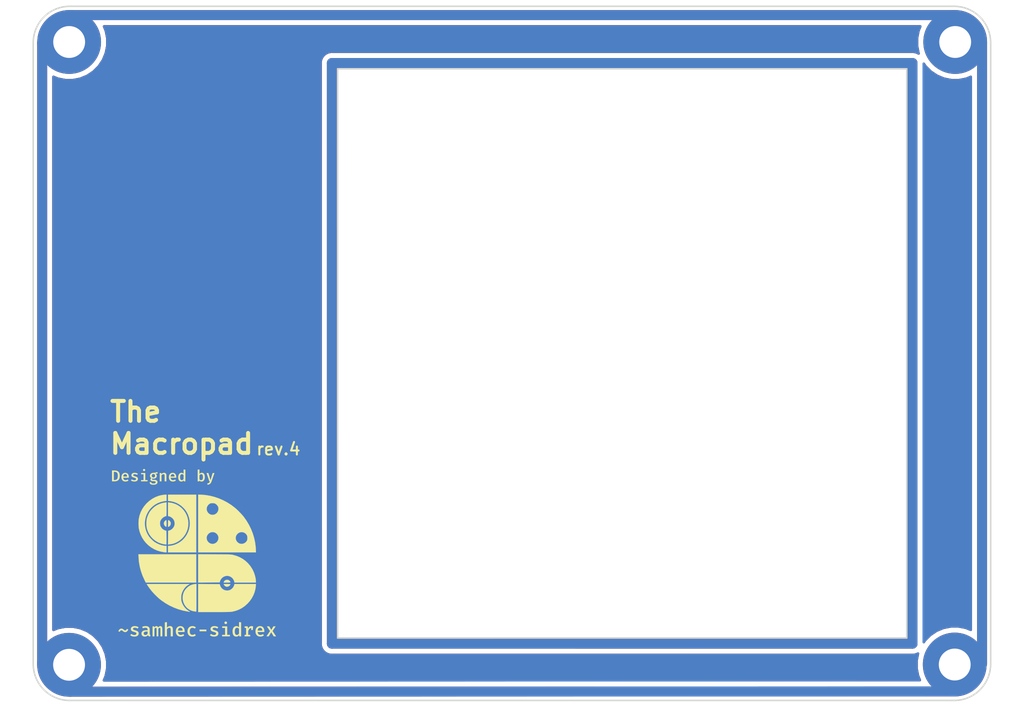
<source format=kicad_pcb>
(kicad_pcb (version 20171130) (host pcbnew "(5.1.10-1-10_14)")

  (general
    (thickness 1.6)
    (drawings 47)
    (tracks 0)
    (zones 0)
    (modules 7)
    (nets 5)
  )

  (page A4)
  (layers
    (0 F.Cu signal)
    (31 B.Cu signal)
    (32 B.Adhes user)
    (33 F.Adhes user)
    (34 B.Paste user)
    (35 F.Paste user)
    (36 B.SilkS user)
    (37 F.SilkS user)
    (38 B.Mask user)
    (39 F.Mask user)
    (40 Dwgs.User user)
    (41 Cmts.User user hide)
    (42 Eco1.User user)
    (43 Eco2.User user)
    (44 Edge.Cuts user)
    (45 Margin user)
    (46 B.CrtYd user)
    (47 F.CrtYd user)
    (48 B.Fab user)
    (49 F.Fab user)
  )

  (setup
    (last_trace_width 0.25)
    (user_trace_width 1)
    (trace_clearance 0.2)
    (zone_clearance 0.508)
    (zone_45_only yes)
    (trace_min 0.2)
    (via_size 0.8)
    (via_drill 0.4)
    (via_min_size 0.4)
    (via_min_drill 0.3)
    (uvia_size 0.3)
    (uvia_drill 0.1)
    (uvias_allowed no)
    (uvia_min_size 0.2)
    (uvia_min_drill 0.1)
    (edge_width 0.05)
    (segment_width 0.2)
    (pcb_text_width 0.3)
    (pcb_text_size 1.5 1.5)
    (mod_edge_width 0.12)
    (mod_text_size 1 1)
    (mod_text_width 0.15)
    (pad_size 1.524 1.524)
    (pad_drill 0.762)
    (pad_to_mask_clearance 0)
    (aux_axis_origin 0 0)
    (visible_elements FFFFFF7F)
    (pcbplotparams
      (layerselection 0x010f0_ffffffff)
      (usegerberextensions true)
      (usegerberattributes false)
      (usegerberadvancedattributes false)
      (creategerberjobfile false)
      (excludeedgelayer true)
      (linewidth 0.100000)
      (plotframeref false)
      (viasonmask false)
      (mode 1)
      (useauxorigin false)
      (hpglpennumber 1)
      (hpglpenspeed 20)
      (hpglpendiameter 15.000000)
      (psnegative false)
      (psa4output false)
      (plotreference true)
      (plotvalue true)
      (plotinvisibletext false)
      (padsonsilk false)
      (subtractmaskfromsilk true)
      (outputformat 1)
      (mirror false)
      (drillshape 0)
      (scaleselection 1)
      (outputdirectory "Gerber-20210927/"))
  )

  (net 0 "")
  (net 1 "Net-(H1-Pad1)")
  (net 2 "Net-(H2-Pad1)")
  (net 3 "Net-(H3-Pad1)")
  (net 4 "Net-(H4-Pad1)")

  (net_class Default "This is the default net class."
    (clearance 0.2)
    (trace_width 0.25)
    (via_dia 0.8)
    (via_drill 0.4)
    (uvia_dia 0.3)
    (uvia_drill 0.1)
    (add_net "Net-(H1-Pad1)")
    (add_net "Net-(H2-Pad1)")
    (add_net "Net-(H3-Pad1)")
    (add_net "Net-(H4-Pad1)")
  )

  (module label (layer F.Cu) (tedit 6147B285) (tstamp 615413E1)
    (at 105.72572 127.89916)
    (descr "Converted using: scripting")
    (tags svg2mod)
    (attr virtual)
    (fp_text reference kibuzzard-6147B285 (at 0 -0.762508) (layer F.SilkS) hide
      (effects (font (size 0.000254 0.000254) (thickness 0.000003)))
    )
    (fp_text value G*** (at 0 0.762508) (layer F.SilkS) hide
      (effects (font (size 0.000254 0.000254) (thickness 0.000003)))
    )
    (fp_poly (pts (xy 4.410075 -0.672465) (xy 4.410075 0.737235) (xy 4.22148 0.737235) (xy 4.20624 0.61341)
      (xy 4.150995 0.677228) (xy 4.08432 0.7239) (xy 4.00812 0.752475) (xy 3.9243 0.762)
      (xy 3.808942 0.746337) (xy 3.714327 0.699347) (xy 3.640455 0.62103) (xy 3.587538 0.515408)
      (xy 3.555788 0.386503) (xy 3.545205 0.234315) (xy 3.557349 0.088583) (xy 3.593783 -0.040005)
      (xy 3.652599 -0.146923) (xy 3.731895 -0.227648) (xy 3.829526 -0.278368) (xy 3.94335 -0.295275)
      (xy 4.083844 -0.267653) (xy 4.108133 -0.103346) (xy 3.998595 -0.131445) (xy 3.901202 -0.108823)
      (xy 3.830003 -0.040958) (xy 3.786426 0.073104) (xy 3.7719 0.234315) (xy 3.784997 0.394335)
      (xy 3.824288 0.508635) (xy 3.889772 0.577215) (xy 3.98145 0.600075) (xy 4.098131 0.56388)
      (xy 4.196715 0.455295) (xy 4.196715 -0.01905) (xy 4.108133 -0.103346) (xy 4.083844 -0.267653)
      (xy 4.196715 -0.184785) (xy 4.196715 -0.69723) (xy 4.410075 -0.672465)) (layer F.SilkS) (width 0))
    (fp_poly (pts (xy -3.038475 -0.14478) (xy -2.972514 -0.210026) (xy -2.896553 -0.257175) (xy -2.813447 -0.28575)
      (xy -2.726055 -0.295275) (xy -2.604135 -0.275987) (xy -2.516505 -0.218123) (xy -2.463641 -0.124063)
      (xy -2.44602 0.00381) (xy -2.44602 0.737235) (xy -2.65938 0.737235) (xy -2.65938 0.036195)
      (xy -2.69367 -0.092393) (xy -2.80416 -0.131445) (xy -2.932748 -0.088583) (xy -3.038475 0.017145)
      (xy -3.038475 0.737235) (xy -3.251835 0.737235) (xy -3.251835 -0.67056) (xy -3.038475 -0.69342)
      (xy -3.038475 -0.14478)) (layer F.SilkS) (width 0))
    (fp_poly (pts (xy -3.50139 -0.009525) (xy -3.50139 0.737235) (xy -3.689985 0.737235) (xy -3.689985 0.01905)
      (xy -3.702368 -0.097155) (xy -3.75666 -0.12954) (xy -3.833813 -0.104299) (xy -3.90525 -0.028575)
      (xy -3.90525 0.737235) (xy -4.078605 0.737235) (xy -4.078605 0.01905) (xy -4.090988 -0.097155)
      (xy -4.14528 -0.12954) (xy -4.222433 -0.104299) (xy -4.29387 -0.028575) (xy -4.29387 0.737235)
      (xy -4.48437 0.737235) (xy -4.48437 -0.268605) (xy -4.32435 -0.268605) (xy -4.30911 -0.16002)
      (xy -4.211955 -0.260985) (xy -4.093845 -0.295275) (xy -3.984308 -0.263366) (xy -3.922395 -0.16764)
      (xy -3.823335 -0.261938) (xy -3.701415 -0.295275) (xy -3.618071 -0.279083) (xy -3.55473 -0.230505)
      (xy -3.514725 -0.142875) (xy -3.50139 -0.009525)) (layer F.SilkS) (width 0))
    (fp_poly (pts (xy 6.947535 0.737235) (xy 7.309485 0.207645) (xy 6.98754 -0.268605) (xy 7.233285 -0.268605)
      (xy 7.439025 0.085725) (xy 7.644765 -0.268605) (xy 7.87908 -0.268605) (xy 7.564755 0.19812)
      (xy 7.926705 0.737235) (xy 7.67715 0.737235) (xy 7.4295 0.325755) (xy 7.183755 0.737235)
      (xy 6.947535 0.737235)) (layer F.SilkS) (width 0))
    (fp_poly (pts (xy -4.692015 0.61722) (xy -4.97967 0.47625) (xy -4.97967 0.253365) (xy -5.09778 0.253365)
      (xy -5.223034 0.265509) (xy -5.309235 0.301943) (xy -5.359241 0.361236) (xy -5.37591 0.44196)
      (xy -5.333048 0.56388) (xy -5.206365 0.60579) (xy -5.077778 0.5715) (xy -4.97967 0.47625)
      (xy -4.692015 0.61722) (xy -4.741545 0.762) (xy -4.872514 0.717709) (xy -4.94919 0.622935)
      (xy -5.011341 0.683181) (xy -5.087303 0.726758) (xy -5.174218 0.753189) (xy -5.26923 0.762)
      (xy -5.405914 0.740569) (xy -5.511165 0.676275) (xy -5.578316 0.576739) (xy -5.6007 0.44958)
      (xy -5.569506 0.309563) (xy -5.475923 0.20574) (xy -5.381202 0.158115) (xy -5.263409 0.12954)
      (xy -5.122545 0.120015) (xy -4.97967 0.120015) (xy -4.97967 0.055245) (xy -4.993958 -0.027146)
      (xy -5.03682 -0.08382) (xy -5.106829 -0.116681) (xy -5.202555 -0.127635) (xy -5.32638 -0.1143)
      (xy -5.469255 -0.0762) (xy -5.522595 -0.226695) (xy -5.403003 -0.264795) (xy -5.285528 -0.287655)
      (xy -5.17017 -0.295275) (xy -5.047827 -0.285538) (xy -4.947497 -0.256328) (xy -4.86918 -0.207645)
      (xy -4.793456 -0.101441) (xy -4.768215 0.04191) (xy -4.768215 0.49149) (xy -4.75107 0.576263)
      (xy -4.692015 0.61722)) (layer F.SilkS) (width 0))
    (fp_poly (pts (xy -1.65735 0.596265) (xy -1.523048 0.574358) (xy -1.392555 0.508635) (xy -1.301115 0.638175)
      (xy -1.377791 0.690563) (xy -1.46685 0.729615) (xy -1.564481 0.753904) (xy -1.666875 0.762)
      (xy -1.809115 0.746019) (xy -1.928495 0.698077) (xy -2.025015 0.618173) (xy -2.095923 0.511598)
      (xy -2.138468 0.383646) (xy -2.15265 0.234315) (xy -2.138839 0.091202) (xy -2.097405 -0.037148)
      (xy -2.029777 -0.145018) (xy -1.937385 -0.226695) (xy -1.824038 -0.27813) (xy -1.693545 -0.295275)
      (xy -1.569403 -0.280353) (xy -1.463675 -0.235585) (xy -1.376363 -0.160973) (xy -1.311275 -0.060325)
      (xy -1.272223 0.062548) (xy -1.259205 0.207645) (xy -1.26492 0.302895) (xy -1.933575 0.158115)
      (xy -1.46685 0.158115) (xy -1.483995 0.031909) (xy -1.52781 -0.06096) (xy -1.597343 -0.11811)
      (xy -1.69164 -0.13716) (xy -1.784985 -0.118586) (xy -1.85928 -0.062865) (xy -1.910239 0.029528)
      (xy -1.933575 0.158115) (xy -1.26492 0.302895) (xy -1.93167 0.302895) (xy -1.905714 0.431244)
      (xy -1.846898 0.522922) (xy -1.761887 0.577929) (xy -1.65735 0.596265)) (layer F.SilkS) (width 0))
    (fp_poly (pts (xy 6.34365 0.596265) (xy 6.477953 0.574358) (xy 6.608445 0.508635) (xy 6.699885 0.638175)
      (xy 6.623209 0.690563) (xy 6.53415 0.729615) (xy 6.436519 0.753904) (xy 6.334125 0.762)
      (xy 6.191885 0.746019) (xy 6.072505 0.698077) (xy 5.975985 0.618173) (xy 5.905077 0.511598)
      (xy 5.862532 0.383646) (xy 5.84835 0.234315) (xy 5.862161 0.091202) (xy 5.903595 -0.037148)
      (xy 5.971223 -0.145018) (xy 6.063615 -0.226695) (xy 6.176963 -0.27813) (xy 6.307455 -0.295275)
      (xy 6.431598 -0.280353) (xy 6.537325 -0.235585) (xy 6.624638 -0.160973) (xy 6.689725 -0.060325)
      (xy 6.728778 0.062548) (xy 6.741795 0.207645) (xy 6.73608 0.302895) (xy 6.067425 0.158115)
      (xy 6.53415 0.158115) (xy 6.517005 0.031909) (xy 6.47319 -0.06096) (xy 6.403658 -0.11811)
      (xy 6.30936 -0.13716) (xy 6.216015 -0.118586) (xy 6.14172 -0.062865) (xy 6.090761 0.029528)
      (xy 6.067425 0.158115) (xy 6.73608 0.302895) (xy 6.06933 0.302895) (xy 6.095286 0.431244)
      (xy 6.154103 0.522922) (xy 6.239113 0.577929) (xy 6.34365 0.596265)) (layer F.SilkS) (width 0))
    (fp_poly (pts (xy -6.097905 0.46482) (xy -6.11505 0.393383) (xy -6.18363 0.341948) (xy -6.247924 0.317421)
      (xy -6.337935 0.291465) (xy -6.482953 0.243602) (xy -6.586538 0.183833) (xy -6.648688 0.103584)
      (xy -6.669405 -0.005715) (xy -6.642259 -0.124063) (xy -6.56082 -0.216218) (xy -6.479963 -0.260138)
      (xy -6.382173 -0.286491) (xy -6.26745 -0.295275) (xy -6.125845 -0.282363) (xy -5.99821 -0.243628)
      (xy -5.884545 -0.17907) (xy -5.975985 -0.043815) (xy -6.11505 -0.110966) (xy -6.261735 -0.13335)
      (xy -6.40461 -0.105728) (xy -6.452235 -0.02286) (xy -6.430328 0.040005) (xy -6.35508 0.086678)
      (xy -6.288881 0.110252) (xy -6.196965 0.13716) (xy -6.053852 0.188119) (xy -5.952173 0.249555)
      (xy -5.891451 0.332899) (xy -5.87121 0.44958) (xy -5.903119 0.585073) (xy -5.998845 0.682943)
      (xy -6.090708 0.726863) (xy -6.196118 0.753216) (xy -6.315075 0.762) (xy -6.47192 0.746337)
      (xy -6.609715 0.699347) (xy -6.72846 0.62103) (xy -6.616065 0.49149) (xy -6.549628 0.536019)
      (xy -6.476048 0.570548) (xy -6.397228 0.592693) (xy -6.315075 0.600075) (xy -6.224826 0.591026)
      (xy -6.156008 0.56388) (xy -6.097905 0.46482)) (layer F.SilkS) (width 0))
    (fp_poly (pts (xy 1.903095 0.46482) (xy 1.88595 0.393383) (xy 1.81737 0.341948) (xy 1.753076 0.317421)
      (xy 1.663065 0.291465) (xy 1.518047 0.243602) (xy 1.414463 0.183833) (xy 1.352312 0.103584)
      (xy 1.331595 -0.005715) (xy 1.358741 -0.124063) (xy 1.44018 -0.216218) (xy 1.521037 -0.260138)
      (xy 1.618827 -0.286491) (xy 1.73355 -0.295275) (xy 1.875155 -0.282363) (xy 2.00279 -0.243628)
      (xy 2.116455 -0.17907) (xy 2.025015 -0.043815) (xy 1.88595 -0.110966) (xy 1.739265 -0.13335)
      (xy 1.59639 -0.105728) (xy 1.548765 -0.02286) (xy 1.570673 0.040005) (xy 1.64592 0.086678)
      (xy 1.712119 0.110252) (xy 1.804035 0.13716) (xy 1.947148 0.188119) (xy 2.048827 0.249555)
      (xy 2.109549 0.332899) (xy 2.12979 0.44958) (xy 2.097881 0.585073) (xy 2.002155 0.682943)
      (xy 1.910292 0.726863) (xy 1.804882 0.753216) (xy 1.685925 0.762) (xy 1.52908 0.746337)
      (xy 1.391285 0.699347) (xy 1.27254 0.62103) (xy 1.384935 0.49149) (xy 1.451372 0.536019)
      (xy 1.524953 0.570548) (xy 1.603772 0.592693) (xy 1.685925 0.600075) (xy 1.776174 0.591026)
      (xy 1.844993 0.56388) (xy 1.903095 0.46482)) (layer F.SilkS) (width 0))
    (fp_poly (pts (xy -0.23241 0.501015) (xy -0.135255 0.638175) (xy -0.208598 0.689372) (xy -0.295275 0.728663)
      (xy -0.390049 0.753666) (xy -0.48768 0.762) (xy -0.630132 0.746231) (xy -0.750147 0.698923)
      (xy -0.847725 0.620078) (xy -0.919692 0.514773) (xy -0.962872 0.388091) (xy -0.977265 0.24003)
      (xy -0.962501 0.094059) (xy -0.91821 -0.035243) (xy -0.846058 -0.143351) (xy -0.747713 -0.225743)
      (xy -0.626031 -0.277892) (xy -0.48387 -0.295275) (xy -0.356235 -0.281728) (xy -0.24003 -0.241088)
      (xy -0.135255 -0.173355) (xy -0.234315 -0.040005) (xy -0.356711 -0.10287) (xy -0.48006 -0.123825)
      (xy -0.592455 -0.101203) (xy -0.67818 -0.033338) (xy -0.732473 0.080248) (xy -0.75057 0.24003)
      (xy -0.732473 0.395288) (xy -0.67818 0.50292) (xy -0.592455 0.565785) (xy -0.48006 0.58674)
      (xy -0.35814 0.565309) (xy -0.23241 0.501015)) (layer F.SilkS) (width 0))
    (fp_poly (pts (xy 5.614035 -0.268605) (xy 5.57784 0.10287) (xy 5.42544 0.10287) (xy 5.42544 -0.10287)
      (xy 5.327571 -0.080963) (xy 5.243513 -0.01905) (xy 5.174218 0.079534) (xy 5.12064 0.211455)
      (xy 5.12064 0.584835) (xy 5.32257 0.584835) (xy 5.32257 0.737235) (xy 4.75869 0.737235)
      (xy 4.75869 0.584835) (xy 4.90728 0.584835) (xy 4.90728 -0.116205) (xy 4.75869 -0.116205)
      (xy 4.75869 -0.268605) (xy 5.069205 -0.268605) (xy 5.107305 -0.036195) (xy 5.172789 -0.149304)
      (xy 5.251133 -0.229553) (xy 5.346144 -0.277416) (xy 5.461635 -0.29337) (xy 5.614035 -0.268605)) (layer F.SilkS) (width 0))
    (fp_poly (pts (xy 3.011805 0.581025) (xy 3.286125 0.581025) (xy 3.286125 0.737235) (xy 2.49936 0.737235)
      (xy 2.49936 0.581025) (xy 2.798445 0.581025) (xy 2.798445 -0.112395) (xy 2.508885 -0.112395)
      (xy 2.508885 -0.268605) (xy 3.011805 -0.268605) (xy 3.011805 0.581025)) (layer F.SilkS) (width 0))
    (fp_poly (pts (xy -7.37235 0.06477) (xy -7.29615 0.124778) (xy -7.233285 0.142875) (xy -7.13613 0.10287)
      (xy -7.05231 -0.013335) (xy -6.917055 0.051435) (xy -6.981111 0.161925) (xy -7.051358 0.245745)
      (xy -7.134939 0.298609) (xy -7.239 0.31623) (xy -7.355205 0.287655) (xy -7.465695 0.20574)
      (xy -7.542848 0.145733) (xy -7.610475 0.12573) (xy -7.70763 0.165735) (xy -7.79145 0.28194)
      (xy -7.926705 0.21717) (xy -7.862649 0.107871) (xy -7.792403 0.023813) (xy -7.708821 -0.029766)
      (xy -7.60476 -0.047625) (xy -7.484745 -0.01905) (xy -7.37235 0.06477)) (layer F.SilkS) (width 0))
    (fp_poly (pts (xy 0.234315 0.05334) (xy 0.923925 0.05334) (xy 0.923925 0.2286) (xy 0.234315 0.2286)
      (xy 0.234315 0.05334)) (layer F.SilkS) (width 0))
    (fp_poly (pts (xy 3.004185 -0.626745) (xy 2.965133 -0.531495) (xy 2.86512 -0.493395) (xy 2.764155 -0.531495)
      (xy 2.726055 -0.626745) (xy 2.765108 -0.7239) (xy 2.86512 -0.762) (xy 2.965133 -0.722948)
      (xy 3.004185 -0.626745)) (layer F.SilkS) (width 0))
  )

  (module label (layer F.Cu) (tedit 6147B2C4) (tstamp 614B98A2)
    (at 102.3145 112.61852)
    (descr "Converted using: scripting")
    (tags svg2mod)
    (attr virtual)
    (fp_text reference kibuzzard-6147B2C4 (at 0 -0.796639) (layer F.SilkS) hide
      (effects (font (size 0.000254 0.000254) (thickness 0.000003)))
    )
    (fp_text value G*** (at 0 0.796639) (layer F.SilkS) hide
      (effects (font (size 0.000254 0.000254) (thickness 0.000003)))
    )
    (fp_poly (pts (xy -1.806575 -0.683419) (xy -1.839119 -0.604044) (xy -1.922463 -0.572294) (xy -2.0066 -0.604044)
      (xy -2.03835 -0.683419) (xy -2.005806 -0.764381) (xy -1.922463 -0.796131) (xy -1.839119 -0.763588)
      (xy -1.806575 -0.683419)) (layer F.SilkS) (width 0))
    (fp_poly (pts (xy -1.800225 0.323056) (xy -1.571625 0.323056) (xy -1.571625 0.453231) (xy -2.227263 0.453231)
      (xy -2.227263 0.323056) (xy -1.978025 0.323056) (xy -1.978025 -0.254794) (xy -2.219325 -0.254794)
      (xy -2.219325 -0.384969) (xy -1.800225 -0.384969) (xy -1.800225 0.323056)) (layer F.SilkS) (width 0))
    (fp_poly (pts (xy -0.352425 -0.384969) (xy -0.198438 -0.384969) (xy -0.185738 -0.275431) (xy -0.128786 -0.331589)
      (xy -0.062706 -0.373063) (xy 0.009723 -0.398661) (xy 0.085725 -0.407194) (xy 0.187325 -0.390922)
      (xy 0.26035 -0.342106) (xy 0.304403 -0.263525) (xy 0.319088 -0.157956) (xy 0.319088 0.453231)
      (xy 0.141288 0.453231) (xy 0.141288 -0.069056) (xy 0.132556 -0.188913) (xy 0.098425 -0.250825)
      (xy 0.022225 -0.270669) (xy -0.086519 -0.235744) (xy -0.174625 -0.148431) (xy -0.174625 0.453231)
      (xy -0.352425 0.453231) (xy -0.352425 -0.384969)) (layer F.SilkS) (width 0))
    (fp_poly (pts (xy -2.72415 0.226219) (xy -2.738438 0.166688) (xy -2.795588 0.123825) (xy -2.849166 0.103386)
      (xy -2.924175 0.081756) (xy -3.045023 0.04187) (xy -3.131344 -0.007938) (xy -3.183136 -0.074811)
      (xy -3.2004 -0.165894) (xy -3.177778 -0.264517) (xy -3.109913 -0.341313) (xy -3.042532 -0.377913)
      (xy -2.96104 -0.399874) (xy -2.865438 -0.407194) (xy -2.747433 -0.396434) (xy -2.641071 -0.364155)
      (xy -2.54635 -0.310356) (xy -2.62255 -0.197644) (xy -2.738438 -0.253603) (xy -2.860675 -0.272256)
      (xy -2.979738 -0.249238) (xy -3.019425 -0.180181) (xy -3.001169 -0.127794) (xy -2.938463 -0.0889)
      (xy -2.883297 -0.069255) (xy -2.8067 -0.046831) (xy -2.687439 -0.004366) (xy -2.602706 0.046831)
      (xy -2.552105 0.116284) (xy -2.535238 0.213519) (xy -2.561828 0.32643) (xy -2.6416 0.407988)
      (xy -2.718153 0.444588) (xy -2.805994 0.466549) (xy -2.905125 0.473869) (xy -3.035829 0.460816)
      (xy -3.150658 0.421658) (xy -3.249613 0.356394) (xy -3.15595 0.248444) (xy -3.100586 0.285552)
      (xy -3.039269 0.314325) (xy -2.973586 0.33278) (xy -2.905125 0.338931) (xy -2.829917 0.331391)
      (xy -2.772569 0.308769) (xy -2.72415 0.226219)) (layer F.SilkS) (width 0))
    (fp_poly (pts (xy 0.976313 0.335756) (xy 1.088231 0.3175) (xy 1.196975 0.262731) (xy 1.273175 0.370681)
      (xy 1.209278 0.414338) (xy 1.135063 0.446881) (xy 1.053703 0.467122) (xy 0.968375 0.473869)
      (xy 0.849842 0.460551) (xy 0.750358 0.420599) (xy 0.669925 0.354013) (xy 0.610835 0.265201)
      (xy 0.575381 0.158574) (xy 0.563563 0.034131) (xy 0.575072 -0.08513) (xy 0.6096 -0.192088)
      (xy 0.665956 -0.28198) (xy 0.74295 -0.350044) (xy 0.837406 -0.392906) (xy 0.94615 -0.407194)
      (xy 1.049602 -0.394758) (xy 1.137708 -0.357452) (xy 1.210469 -0.295275) (xy 1.264708 -0.211402)
      (xy 1.297252 -0.109008) (xy 1.3081 0.011906) (xy 1.303338 0.091281) (xy 0.746125 -0.029369)
      (xy 1.135063 -0.029369) (xy 1.120775 -0.134541) (xy 1.084263 -0.211931) (xy 1.026319 -0.259556)
      (xy 0.947738 -0.275431) (xy 0.86995 -0.259953) (xy 0.808038 -0.213519) (xy 0.765572 -0.136525)
      (xy 0.746125 -0.029369) (xy 1.303338 0.091281) (xy 0.747713 0.091281) (xy 0.769342 0.198239)
      (xy 0.818356 0.274638) (xy 0.889198 0.320477) (xy 0.976313 0.335756)) (layer F.SilkS) (width 0))
    (fp_poly (pts (xy -3.786188 0.335756) (xy -3.674269 0.3175) (xy -3.565525 0.262731) (xy -3.489325 0.370681)
      (xy -3.553222 0.414338) (xy -3.627438 0.446881) (xy -3.708797 0.467122) (xy -3.794125 0.473869)
      (xy -3.912658 0.460551) (xy -4.012142 0.420599) (xy -4.092575 0.354013) (xy -4.151665 0.265201)
      (xy -4.187119 0.158574) (xy -4.198938 0.034131) (xy -4.187428 -0.08513) (xy -4.1529 -0.192088)
      (xy -4.096544 -0.28198) (xy -4.01955 -0.350044) (xy -3.925094 -0.392906) (xy -3.81635 -0.407194)
      (xy -3.712898 -0.394758) (xy -3.624792 -0.357452) (xy -3.552031 -0.295275) (xy -3.497792 -0.211402)
      (xy -3.465248 -0.109008) (xy -3.4544 0.011906) (xy -3.459163 0.091281) (xy -4.016375 -0.029369)
      (xy -3.627438 -0.029369) (xy -3.641725 -0.134541) (xy -3.678238 -0.211931) (xy -3.736181 -0.259556)
      (xy -3.814763 -0.275431) (xy -3.89255 -0.259953) (xy -3.954463 -0.213519) (xy -3.996928 -0.136525)
      (xy -4.016375 -0.029369) (xy -3.459163 0.091281) (xy -4.014787 0.091281) (xy -3.993158 0.198239)
      (xy -3.944144 0.274638) (xy -3.873302 0.320477) (xy -3.786188 0.335756)) (layer F.SilkS) (width 0))
    (fp_poly (pts (xy -4.875213 0.453231) (xy -4.95935 0.313531) (xy -4.856163 0.313531) (xy -4.765455 0.302022)
      (xy -4.691239 0.267494) (xy -4.633516 0.209947) (xy -4.592285 0.129381) (xy -4.567546 0.025797)
      (xy -4.5593 -0.100806) (xy -4.568384 -0.240506) (xy -4.595636 -0.34634) (xy -4.641056 -0.418306)
      (xy -4.736108 -0.480219) (xy -4.85775 -0.500856) (xy -4.95935 -0.500856) (xy -4.95935 0.313531)
      (xy -4.875213 0.453231) (xy -5.1435 0.453231) (xy -5.1435 -0.642144) (xy -4.892675 -0.642144)
      (xy -4.779466 -0.63495) (xy -4.677966 -0.61337) (xy -4.588173 -0.577404) (xy -4.510088 -0.52705)
      (xy -4.446885 -0.45725) (xy -4.401741 -0.362942) (xy -4.374654 -0.244128) (xy -4.365625 -0.100806)
      (xy -4.374654 0.042912) (xy -4.401741 0.162917) (xy -4.446885 0.259209) (xy -4.510088 0.331788)
      (xy -4.587081 0.384919) (xy -4.6736 0.42287) (xy -4.769644 0.445641) (xy -4.875213 0.453231)) (layer F.SilkS) (width 0))
    (fp_poly (pts (xy 3.865563 -0.407194) (xy 3.945731 -0.197644) (xy 3.891558 -0.252412) (xy 3.81635 -0.270669)
      (xy 3.715544 -0.237331) (xy 3.635375 -0.150019) (xy 3.635375 0.242094) (xy 3.7084 0.314722)
      (xy 3.800475 0.338931) (xy 3.881636 0.32008) (xy 3.940969 0.263525) (xy 3.977283 0.168473)
      (xy 3.989388 0.034131) (xy 3.978473 -0.103188) (xy 3.945731 -0.197644) (xy 3.865563 -0.407194)
      (xy 3.963106 -0.394317) (xy 4.041951 -0.355688) (xy 4.1021 -0.291306) (xy 4.144433 -0.203817)
      (xy 4.169833 -0.095867) (xy 4.1783 0.032544) (xy 4.16851 0.155487) (xy 4.139142 0.261849)
      (xy 4.090194 0.351631) (xy 4.023607 0.419541) (xy 3.941322 0.460287) (xy 3.843338 0.473869)
      (xy 3.756907 0.462403) (xy 3.683882 0.428008) (xy 3.624263 0.370681) (xy 3.614738 0.453231)
      (xy 3.457575 0.453231) (xy 3.457575 -0.721519) (xy 3.635375 -0.742156) (xy 3.635375 -0.284956)
      (xy 3.682405 -0.336947) (xy 3.737769 -0.375444) (xy 3.799483 -0.399256) (xy 3.865563 -0.407194)) (layer F.SilkS) (width 0))
    (fp_poly (pts (xy 2.2225 -0.721519) (xy 2.2225 0.453231) (xy 2.065338 0.453231) (xy 2.052638 0.350044)
      (xy 2.0066 0.403225) (xy 1.951038 0.442119) (xy 1.887538 0.465931) (xy 1.817688 0.473869)
      (xy 1.721556 0.460816) (xy 1.64271 0.421658) (xy 1.58115 0.356394) (xy 1.537053 0.268376)
      (xy 1.510594 0.160955) (xy 1.501775 0.034131) (xy 1.511895 -0.087313) (xy 1.542256 -0.194469)
      (xy 1.59127 -0.283567) (xy 1.65735 -0.350838) (xy 1.738709 -0.393105) (xy 1.833563 -0.407194)
      (xy 1.950641 -0.384175) (xy 1.970881 -0.247253) (xy 1.8796 -0.270669) (xy 1.798439 -0.251817)
      (xy 1.739106 -0.195263) (xy 1.702792 -0.100211) (xy 1.690688 0.034131) (xy 1.701602 0.167481)
      (xy 1.734344 0.262731) (xy 1.788914 0.319881) (xy 1.865313 0.338931) (xy 1.962547 0.308769)
      (xy 2.0447 0.218281) (xy 2.0447 -0.177006) (xy 1.970881 -0.247253) (xy 1.950641 -0.384175)
      (xy 2.0447 -0.315119) (xy 2.0447 -0.742156) (xy 2.2225 -0.721519)) (layer F.SilkS) (width 0))
    (fp_poly (pts (xy 4.854575 0.456406) (xy 4.815681 0.550686) (xy 4.766733 0.630326) (xy 4.707731 0.695325)
      (xy 4.635676 0.744978) (xy 4.54757 0.778581) (xy 4.443413 0.796131) (xy 4.421188 0.662781)
      (xy 4.4958 0.646708) (xy 4.554538 0.623888) (xy 4.6355 0.558006) (xy 4.689475 0.453231)
      (xy 4.62915 0.453231) (xy 4.346575 -0.384969) (xy 4.535488 -0.384969) (xy 4.746625 0.329406)
      (xy 4.960938 -0.384969) (xy 5.1435 -0.384969) (xy 4.854575 0.456406)) (layer F.SilkS) (width 0))
    (fp_poly (pts (xy -0.55245 -0.343694) (xy -0.656431 -0.322263) (xy -0.72013 -0.318095) (xy -0.795338 -0.316706)
      (xy -0.728663 -0.277416) (xy -0.838906 -0.207874) (xy -0.89341 -0.264495) (xy -0.98425 -0.283369)
      (xy -1.058069 -0.271661) (xy -1.11125 -0.236538) (xy -1.143397 -0.18157) (xy -1.154113 -0.110331)
      (xy -1.143198 -0.037902) (xy -1.110456 0.017463) (xy -1.05668 0.052586) (xy -0.982663 0.064294)
      (xy -0.912813 0.052784) (xy -0.862013 0.018256) (xy -0.831056 -0.037703) (xy -0.820738 -0.113506)
      (xy -0.838906 -0.207874) (xy -0.728663 -0.277416) (xy -0.681038 -0.229394) (xy -0.652463 -0.17145)
      (xy -0.642938 -0.102394) (xy -0.653058 -0.024606) (xy -0.683419 0.043656) (xy -0.732433 0.100409)
      (xy -0.798513 0.143669) (xy -0.879872 0.171053) (xy -0.974725 0.180181) (xy -1.089025 0.165894)
      (xy -1.116013 0.19685) (xy -1.125538 0.235744) (xy -1.099741 0.283369) (xy -1.02235 0.299244)
      (xy -0.8763 0.299244) (xy -0.792163 0.306784) (xy -0.71755 0.329406) (xy -0.655439 0.365323)
      (xy -0.608806 0.41275) (xy -0.579636 0.469305) (xy -0.569913 0.532606) (xy -0.5969 0.64393)
      (xy -0.677863 0.727075) (xy -0.760413 0.76544) (xy -0.864129 0.788458) (xy -0.989013 0.796131)
      (xy -1.115417 0.788789) (xy -1.212056 0.766763) (xy -1.281906 0.730647) (xy -1.327944 0.681038)
      (xy -1.353542 0.616545) (xy -1.362075 0.535781) (xy -1.203325 0.535781) (xy -1.185069 0.611188)
      (xy -1.120775 0.652463) (xy -1.064419 0.662583) (xy -0.987425 0.665956) (xy -0.878284 0.658217)
      (xy -0.804863 0.635) (xy -0.7493 0.543719) (xy -0.792956 0.465138) (xy -0.911225 0.437356)
      (xy -1.055688 0.437356) (xy -1.154708 0.425847) (xy -1.226344 0.391319) (xy -1.269802 0.339328)
      (xy -1.284288 0.275431) (xy -1.260475 0.192881) (xy -1.192213 0.124619) (xy -1.256705 0.080764)
      (xy -1.300956 0.028575) (xy -1.326555 -0.03433) (xy -1.335088 -0.110331) (xy -1.323975 -0.192683)
      (xy -1.290638 -0.265113) (xy -1.237456 -0.325041) (xy -1.166813 -0.369888) (xy -1.081881 -0.397867)
      (xy -0.985838 -0.407194) (xy -0.863402 -0.411163) (xy -0.769144 -0.426244) (xy -0.686395 -0.452834)
      (xy -0.598488 -0.491331) (xy -0.55245 -0.343694)) (layer F.SilkS) (width 0))
  )

  (module 8hands:urbit-sigil-silks (layer F.Cu) (tedit 0) (tstamp 614B91CD)
    (at 105.715182 120.28932)
    (fp_text reference Ref** (at 0 0) (layer F.SilkS) hide
      (effects (font (size 1.27 1.27) (thickness 0.15)))
    )
    (fp_text value Val** (at 0 0) (layer F.SilkS) hide
      (effects (font (size 1.27 1.27) (thickness 0.15)))
    )
    (fp_poly (pts (xy 2.272656 3.100917) (xy 2.297072 3.196167) (xy 2.359429 3.358875) (xy 2.456715 3.497822)
      (xy 2.58831 3.612236) (xy 2.670683 3.662094) (xy 2.824558 3.722006) (xy 2.989048 3.746813)
      (xy 3.1529 3.735698) (xy 3.263935 3.705081) (xy 3.406983 3.63025) (xy 3.533981 3.523519)
      (xy 3.637191 3.393488) (xy 3.708879 3.248759) (xy 3.726451 3.190875) (xy 3.751526 3.090334)
      (xy 5.911788 3.090334) (xy 5.899402 3.264959) (xy 5.854857 3.597191) (xy 5.769722 3.920696)
      (xy 5.645334 4.232617) (xy 5.483026 4.530099) (xy 5.284135 4.810285) (xy 5.060181 5.060181)
      (xy 4.795835 5.296692) (xy 4.514162 5.494633) (xy 4.214458 5.654367) (xy 3.896019 5.776258)
      (xy 3.55814 5.860668) (xy 3.481917 5.874115) (xy 3.438082 5.880199) (xy 3.383988 5.885477)
      (xy 3.316658 5.890001) (xy 3.233118 5.893824) (xy 3.13039 5.896997) (xy 3.005501 5.899573)
      (xy 2.855474 5.901604) (xy 2.677334 5.903143) (xy 2.468105 5.90424) (xy 2.224812 5.90495)
      (xy 1.944478 5.905323) (xy 1.698625 5.905415) (xy 0.105834 5.9055) (xy 0.105834 3.089949)
      (xy 2.272656 3.100917)) (layer F.SilkS) (width 0.01))
    (fp_poly (pts (xy -0.900576 3.186812) (xy -0.980669 3.241964) (xy -1.056433 3.298621) (xy -1.113079 3.345658)
      (xy -1.118654 3.350854) (xy -1.261169 3.510729) (xy -1.387253 3.699375) (xy -1.489576 3.904217)
      (xy -1.55915 4.106334) (xy -1.57981 4.217546) (xy -1.59218 4.353621) (xy -1.596054 4.499644)
      (xy -1.591231 4.6407) (xy -1.577507 4.761874) (xy -1.568651 4.804834) (xy -1.493284 5.03006)
      (xy -1.384044 5.243936) (xy -1.24589 5.43991) (xy -1.08378 5.611432) (xy -0.902672 5.751951)
      (xy -0.810511 5.806431) (xy -0.748639 5.840368) (xy -0.714239 5.863018) (xy -0.709974 5.875192)
      (xy -0.738504 5.877706) (xy -0.802491 5.871372) (xy -0.904597 5.857003) (xy -0.9525 5.849824)
      (xy -1.413516 5.759503) (xy -1.871055 5.629285) (xy -2.319774 5.46152) (xy -2.75433 5.25856)
      (xy -3.16938 5.022753) (xy -3.559582 4.756452) (xy -3.719043 4.632632) (xy -3.869996 4.504042)
      (xy -4.035112 4.351951) (xy -4.203596 4.187052) (xy -4.364653 4.020041) (xy -4.507488 3.861609)
      (xy -4.560096 3.799417) (xy -4.638285 3.70187) (xy -4.722915 3.591444) (xy -4.80823 3.476144)
      (xy -4.888477 3.363975) (xy -4.957901 3.262942) (xy -5.01075 3.18105) (xy -5.035555 3.137959)
      (xy -5.060323 3.090334) (xy -0.753402 3.090334) (xy -0.900576 3.186812)) (layer F.SilkS) (width 0.01))
    (fp_poly (pts (xy -0.0635 4.47675) (xy -0.06355 4.75332) (xy -0.063752 4.990552) (xy -0.064188 5.191442)
      (xy -0.064938 5.358985) (xy -0.066081 5.496177) (xy -0.067698 5.606013) (xy -0.069869 5.69149)
      (xy -0.072674 5.755601) (xy -0.076193 5.801344) (xy -0.080507 5.831714) (xy -0.085695 5.849706)
      (xy -0.091839 5.858315) (xy -0.099017 5.860538) (xy -0.100541 5.860483) (xy -0.140903 5.856347)
      (xy -0.206914 5.848431) (xy -0.264583 5.841028) (xy -0.493134 5.790988) (xy -0.702336 5.706192)
      (xy -0.890152 5.590512) (xy -1.054546 5.447823) (xy -1.193483 5.281999) (xy -1.304927 5.096914)
      (xy -1.386841 4.89644) (xy -1.43719 4.684453) (xy -1.453938 4.464827) (xy -1.435048 4.241434)
      (xy -1.378486 4.01815) (xy -1.309748 3.852334) (xy -1.214203 3.693224) (xy -1.088965 3.538774)
      (xy -0.94423 3.399308) (xy -0.790196 3.285147) (xy -0.6985 3.233555) (xy -0.532448 3.164045)
      (xy -0.364814 3.115741) (xy -0.209275 3.0923) (xy -0.164041 3.090646) (xy -0.0635 3.090334)
      (xy -0.0635 4.47675)) (layer F.SilkS) (width 0.01))
    (fp_poly (pts (xy 3.146688 3.09146) (xy 3.247987 3.094961) (xy 3.31212 3.101016) (xy 3.341641 3.109806)
      (xy 3.344334 3.114293) (xy 3.327611 3.166749) (xy 3.284453 3.227529) (xy 3.225376 3.284302)
      (xy 3.167519 3.321665) (xy 3.051908 3.358595) (xy 2.934597 3.355503) (xy 2.910417 3.350305)
      (xy 2.849728 3.322531) (xy 2.784603 3.273029) (xy 2.725482 3.212451) (xy 2.682807 3.151448)
      (xy 2.667 3.101968) (xy 2.686986 3.09804) (xy 2.742219 3.094678) (xy 2.825616 3.092126)
      (xy 2.930092 3.090627) (xy 3.005667 3.090334) (xy 3.146688 3.09146)) (layer F.SilkS) (width 0.01))
    (fp_poly (pts (xy -0.084666 2.942167) (xy -5.157707 2.942167) (xy -5.276058 2.704042) (xy -5.476341 2.257626)
      (xy -5.637403 1.804098) (xy -5.758513 1.346224) (xy -5.838938 0.886771) (xy -5.877942 0.428625)
      (xy -5.890711 0.105834) (xy -0.084666 0.105834) (xy -0.084666 2.942167)) (layer F.SilkS) (width 0.01))
    (fp_poly (pts (xy 1.751542 0.111388) (xy 2.054606 0.112832) (xy 2.318474 0.114193) (xy 2.546282 0.115565)
      (xy 2.741168 0.117043) (xy 2.906268 0.118718) (xy 3.044719 0.120686) (xy 3.159657 0.123039)
      (xy 3.25422 0.12587) (xy 3.331544 0.129275) (xy 3.394765 0.133345) (xy 3.447022 0.138175)
      (xy 3.49145 0.143858) (xy 3.531186 0.150487) (xy 3.569367 0.158157) (xy 3.608212 0.166753)
      (xy 3.954164 0.265444) (xy 4.279082 0.39976) (xy 4.581074 0.568222) (xy 4.858252 0.769354)
      (xy 5.108725 1.001676) (xy 5.330603 1.263711) (xy 5.521995 1.553982) (xy 5.621136 1.740518)
      (xy 5.702571 1.927376) (xy 5.77414 2.130177) (xy 5.832955 2.337878) (xy 5.87613 2.539435)
      (xy 5.90078 2.723804) (xy 5.9055 2.828523) (xy 5.9055 2.942167) (xy 3.751211 2.942167)
      (xy 3.736487 2.862792) (xy 3.705092 2.762674) (xy 3.65051 2.652357) (xy 3.582346 2.548417)
      (xy 3.510202 2.467432) (xy 3.504569 2.46246) (xy 3.354914 2.358429) (xy 3.195466 2.294415)
      (xy 3.029774 2.27096) (xy 2.861387 2.288605) (xy 2.70814 2.341141) (xy 2.57083 2.425089)
      (xy 2.451968 2.538095) (xy 2.358902 2.671177) (xy 2.298982 2.815356) (xy 2.290034 2.852122)
      (xy 2.273527 2.931584) (xy 1.18968 2.937067) (xy 0.105834 2.942551) (xy 0.105834 0.103681)
      (xy 1.751542 0.111388)) (layer F.SilkS) (width 0.01))
    (fp_poly (pts (xy 3.131609 2.683322) (xy 3.226479 2.734464) (xy 3.290323 2.801268) (xy 3.326223 2.850462)
      (xy 3.345224 2.886635) (xy 3.34327 2.911785) (xy 3.3163 2.927913) (xy 3.260257 2.937016)
      (xy 3.171081 2.941093) (xy 3.044716 2.942143) (xy 3.00424 2.942167) (xy 2.664147 2.942167)
      (xy 2.678934 2.894542) (xy 2.73068 2.794304) (xy 2.812624 2.72077) (xy 2.919525 2.677485)
      (xy 3.015209 2.667) (xy 3.131609 2.683322)) (layer F.SilkS) (width 0.01))
    (fp_poly (pts (xy -3.069166 -5.249333) (xy -3.119311 -5.249333) (xy -3.162421 -5.245821) (xy -3.234294 -5.236449)
      (xy -3.32205 -5.222965) (xy -3.357436 -5.217031) (xy -3.65564 -5.145896) (xy -3.932477 -5.040532)
      (xy -4.186631 -4.903993) (xy -4.416789 -4.739332) (xy -4.621636 -4.549603) (xy -4.799859 -4.337859)
      (xy -4.950141 -4.107154) (xy -5.071169 -3.860541) (xy -5.16163 -3.601074) (xy -5.220207 -3.331806)
      (xy -5.245587 -3.055791) (xy -5.236456 -2.776082) (xy -5.1915 -2.495733) (xy -5.109403 -2.217798)
      (xy -4.988851 -1.945329) (xy -4.859673 -1.727061) (xy -4.772809 -1.610982) (xy -4.661753 -1.483924)
      (xy -4.537158 -1.356559) (xy -4.409679 -1.23956) (xy -4.289973 -1.1436) (xy -4.248098 -1.114448)
      (xy -4.030909 -0.988591) (xy -3.797317 -0.884476) (xy -3.558707 -0.80622) (xy -3.326463 -0.757939)
      (xy -3.233208 -0.747562) (xy -3.069166 -0.734559) (xy -3.069166 -0.084666) (xy -3.137958 -0.087344)
      (xy -3.194697 -0.09145) (xy -3.275164 -0.099537) (xy -3.354916 -0.108985) (xy -3.695763 -0.173246)
      (xy -4.021148 -0.275457) (xy -4.32865 -0.413297) (xy -4.61585 -0.584441) (xy -4.880327 -0.786567)
      (xy -5.119659 -1.017351) (xy -5.331427 -1.274469) (xy -5.513209 -1.555598) (xy -5.662585 -1.858416)
      (xy -5.777134 -2.180598) (xy -5.852051 -2.505731) (xy -5.869826 -2.649279) (xy -5.880179 -2.820255)
      (xy -5.883097 -3.004405) (xy -5.878568 -3.187477) (xy -5.866577 -3.355216) (xy -5.852948 -3.46075)
      (xy -5.776652 -3.802955) (xy -5.662954 -4.125568) (xy -5.511491 -4.429292) (xy -5.321901 -4.714831)
      (xy -5.09382 -4.98289) (xy -5.039014 -5.039014) (xy -4.778105 -5.271747) (xy -4.49716 -5.469178)
      (xy -4.199035 -5.62997) (xy -3.886588 -5.752789) (xy -3.562672 -5.836301) (xy -3.243791 -5.878235)
      (xy -3.069166 -5.890621) (xy -3.069166 -5.249333)) (layer F.SilkS) (width 0.01))
    (fp_poly (pts (xy -0.084666 -0.084666) (xy -2.921 -0.084666) (xy -2.921 -0.734545) (xy -2.746375 -0.747137)
      (xy -2.494336 -0.784915) (xy -2.238923 -0.860163) (xy -1.987421 -0.969384) (xy -1.747114 -1.109077)
      (xy -1.525288 -1.275743) (xy -1.395206 -1.396134) (xy -1.194386 -1.627007) (xy -1.028744 -1.87748)
      (xy -0.898957 -2.143784) (xy -0.8057 -2.422147) (xy -0.749647 -2.708799) (xy -0.731473 -2.999969)
      (xy -0.751853 -3.291886) (xy -0.811462 -3.58078) (xy -0.910975 -3.862881) (xy -0.941551 -3.930598)
      (xy -1.025078 -4.096306) (xy -1.109524 -4.236931) (xy -1.204883 -4.366935) (xy -1.321151 -4.50078)
      (xy -1.37512 -4.557976) (xy -1.600865 -4.763379) (xy -1.850101 -4.935467) (xy -2.118679 -5.07221)
      (xy -2.402448 -5.171578) (xy -2.69726 -5.231542) (xy -2.769009 -5.239826) (xy -2.921 -5.254803)
      (xy -2.921 -5.884333) (xy -0.084666 -5.884333) (xy -0.084666 -0.084666)) (layer F.SilkS) (width 0.01))
    (fp_poly (pts (xy 0.428625 -5.877942) (xy 0.875968 -5.839775) (xy 1.325493 -5.761686) (xy 1.772498 -5.645523)
      (xy 2.212281 -5.493133) (xy 2.640139 -5.306363) (xy 3.05137 -5.087062) (xy 3.44127 -4.837077)
      (xy 3.805137 -4.558256) (xy 3.820584 -4.545263) (xy 3.952494 -4.428637) (xy 4.097643 -4.291415)
      (xy 4.247534 -4.142328) (xy 4.393673 -3.990108) (xy 4.527565 -3.843486) (xy 4.640714 -3.711193)
      (xy 4.680139 -3.661833) (xy 4.960327 -3.268888) (xy 5.206778 -2.855388) (xy 5.418169 -2.42488)
      (xy 5.593176 -1.980909) (xy 5.730475 -1.527022) (xy 5.828743 -1.066763) (xy 5.886655 -0.603678)
      (xy 5.899134 -0.396875) (xy 5.91165 -0.084666) (xy 0.105834 -0.084666) (xy 0.105834 -1.501755)
      (xy 0.957504 -1.501755) (xy 0.989354 -1.347368) (xy 0.991136 -1.342146) (xy 1.061778 -1.199325)
      (xy 1.164197 -1.083517) (xy 1.29512 -0.997996) (xy 1.363313 -0.969969) (xy 1.490378 -0.938118)
      (xy 1.609156 -0.937509) (xy 1.735245 -0.966947) (xy 1.866706 -1.029692) (xy 1.976884 -1.122099)
      (xy 2.062464 -1.237038) (xy 2.120132 -1.36738) (xy 2.146572 -1.505993) (xy 2.146138 -1.513486)
      (xy 3.876101 -1.513486) (xy 3.900923 -1.365101) (xy 3.953107 -1.243993) (xy 4.046399 -1.118614)
      (xy 4.163265 -1.024681) (xy 4.29722 -0.964181) (xy 4.441781 -0.939096) (xy 4.590464 -0.951413)
      (xy 4.736786 -1.003114) (xy 4.738027 -1.003741) (xy 4.857423 -1.085423) (xy 4.960482 -1.197264)
      (xy 5.010419 -1.275577) (xy 5.034886 -1.3495) (xy 5.047784 -1.449508) (xy 5.049221 -1.560996)
      (xy 5.039306 -1.669357) (xy 5.018147 -1.759987) (xy 5.006619 -1.787881) (xy 4.921088 -1.917185)
      (xy 4.811932 -2.015714) (xy 4.685543 -2.082544) (xy 4.548314 -2.116752) (xy 4.406636 -2.117415)
      (xy 4.266902 -2.083608) (xy 4.135505 -2.014407) (xy 4.036122 -1.928116) (xy 3.94446 -1.801246)
      (xy 3.890866 -1.660952) (xy 3.876101 -1.513486) (xy 2.146138 -1.513486) (xy 2.13847 -1.645748)
      (xy 2.102954 -1.757909) (xy 2.020771 -1.893847) (xy 1.915048 -1.999302) (xy 1.791827 -2.073279)
      (xy 1.657148 -2.114784) (xy 1.517055 -2.122823) (xy 1.377588 -2.0964) (xy 1.244789 -2.034521)
      (xy 1.1247 -1.936192) (xy 1.110837 -1.921236) (xy 1.018629 -1.790543) (xy 0.967391 -1.650098)
      (xy 0.957504 -1.501755) (xy 0.105834 -1.501755) (xy 0.105834 -4.505968) (xy 0.961962 -4.505968)
      (xy 0.966614 -4.35783) (xy 0.981353 -4.293084) (xy 1.043748 -4.147032) (xy 1.135163 -4.027337)
      (xy 1.249976 -3.936872) (xy 1.382566 -3.878506) (xy 1.527312 -3.855108) (xy 1.678594 -3.869551)
      (xy 1.762017 -3.894464) (xy 1.889831 -3.963094) (xy 1.995466 -4.060882) (xy 2.075705 -4.180385)
      (xy 2.127329 -4.31416) (xy 2.147121 -4.454764) (xy 2.131863 -4.594752) (xy 2.102033 -4.680991)
      (xy 2.033921 -4.791941) (xy 1.93915 -4.894325) (xy 1.832233 -4.973061) (xy 1.809048 -4.985452)
      (xy 1.729542 -5.011057) (xy 1.62649 -5.025461) (xy 1.514497 -5.028556) (xy 1.408169 -5.020233)
      (xy 1.322112 -5.000385) (xy 1.296744 -4.989252) (xy 1.165618 -4.897132) (xy 1.064253 -4.781775)
      (xy 0.995439 -4.649335) (xy 0.961962 -4.505968) (xy 0.105834 -4.505968) (xy 0.105834 -5.890711)
      (xy 0.428625 -5.877942)) (layer F.SilkS) (width 0.01))
    (fp_poly (pts (xy -3.069166 -4.416173) (xy -3.069387 -4.224245) (xy -3.070168 -4.070601) (xy -3.071691 -3.951189)
      (xy -3.074139 -3.861963) (xy -3.077692 -3.798872) (xy -3.082532 -3.757867) (xy -3.08884 -3.7349)
      (xy -3.096798 -3.725921) (xy -3.100122 -3.725333) (xy -3.135535 -3.718259) (xy -3.195881 -3.699907)
      (xy -3.253581 -3.67956) (xy -3.374427 -3.615915) (xy -3.490863 -3.521598) (xy -3.591816 -3.407745)
      (xy -3.666216 -3.285491) (xy -3.681612 -3.249083) (xy -3.707637 -3.169523) (xy -3.720597 -3.095611)
      (xy -3.722963 -3.008564) (xy -3.720796 -2.951274) (xy -3.713192 -2.854118) (xy -3.698601 -2.780297)
      (xy -3.671883 -2.710852) (xy -3.637584 -2.644357) (xy -3.535956 -2.499524) (xy -3.408195 -2.385293)
      (xy -3.258861 -2.305472) (xy -3.21228 -2.289337) (xy -3.07975 -2.248659) (xy -3.074169 -1.558246)
      (xy -3.073302 -1.392264) (xy -3.073426 -1.240783) (xy -3.074464 -1.108739) (xy -3.07634 -1.001065)
      (xy -3.078978 -0.922698) (xy -3.082303 -0.878572) (xy -3.084752 -0.870579) (xy -3.112497 -0.874265)
      (xy -3.17009 -0.881349) (xy -3.24533 -0.890331) (xy -3.249083 -0.890774) (xy -3.420968 -0.921042)
      (xy -3.6071 -0.970636) (xy -3.787755 -1.033625) (xy -3.921936 -1.093098) (xy -4.185562 -1.248362)
      (xy -4.419233 -1.433277) (xy -4.621953 -1.646621) (xy -4.792731 -1.887169) (xy -4.930572 -2.153698)
      (xy -5.034482 -2.444985) (xy -5.042249 -2.472786) (xy -5.068802 -2.606627) (xy -5.085446 -2.769106)
      (xy -5.092182 -2.947706) (xy -5.089008 -3.129907) (xy -5.075925 -3.303191) (xy -5.052931 -3.455039)
      (xy -5.042287 -3.501812) (xy -4.998596 -3.644069) (xy -4.938019 -3.800821) (xy -4.867225 -3.957057)
      (xy -4.792883 -4.097769) (xy -4.739866 -4.182548) (xy -4.66086 -4.285013) (xy -4.558338 -4.400174)
      (xy -4.443546 -4.516568) (xy -4.32773 -4.622729) (xy -4.23314 -4.699143) (xy -4.024841 -4.831517)
      (xy -3.789701 -4.942588) (xy -3.539779 -5.027749) (xy -3.287139 -5.08239) (xy -3.201458 -5.093333)
      (xy -3.069166 -5.107013) (xy -3.069166 -4.416173)) (layer F.SilkS) (width 0.01))
    (fp_poly (pts (xy -2.770189 -5.091776) (xy -2.484818 -5.042961) (xy -2.212114 -4.955657) (xy -1.955447 -4.832672)
      (xy -1.718185 -4.676817) (xy -1.503698 -4.490901) (xy -1.315353 -4.277734) (xy -1.156519 -4.040125)
      (xy -1.030566 -3.780884) (xy -0.962669 -3.584271) (xy -0.899163 -3.2919) (xy -0.876818 -2.999612)
      (xy -0.894694 -2.71092) (xy -0.951854 -2.429336) (xy -1.047358 -2.158372) (xy -1.180269 -1.901541)
      (xy -1.349648 -1.662356) (xy -1.527639 -1.469722) (xy -1.735747 -1.293805) (xy -1.962255 -1.145557)
      (xy -2.200292 -1.028334) (xy -2.44299 -0.945491) (xy -2.683479 -0.900382) (xy -2.696021 -0.899109)
      (xy -2.773971 -0.89072) (xy -2.840958 -0.882076) (xy -2.873665 -0.876705) (xy -2.92158 -0.866881)
      (xy -2.910416 -2.252367) (xy -2.830955 -2.268871) (xy -2.682688 -2.320275) (xy -2.544884 -2.407529)
      (xy -2.425226 -2.524241) (xy -2.331396 -2.66402) (xy -2.314281 -2.69875) (xy -2.267282 -2.848396)
      (xy -2.25471 -3.01105) (xy -2.276764 -3.174804) (xy -2.304741 -3.263651) (xy -2.376142 -3.395203)
      (xy -2.47905 -3.514789) (xy -2.603835 -3.614324) (xy -2.740868 -3.685722) (xy -2.842794 -3.715373)
      (xy -2.921 -3.730044) (xy -2.921 -5.106636) (xy -2.770189 -5.091776)) (layer F.SilkS) (width 0.01))
    (fp_poly (pts (xy -3.08315 -3.307242) (xy -3.075983 -3.257764) (xy -3.071446 -3.172178) (xy -3.069357 -3.04793)
      (xy -3.069166 -2.9845) (xy -3.070103 -2.87016) (xy -3.072692 -2.772318) (xy -3.076601 -2.698056)
      (xy -3.081498 -2.654456) (xy -3.085041 -2.645912) (xy -3.112101 -2.656063) (xy -3.158058 -2.680917)
      (xy -3.166775 -2.686151) (xy -3.257875 -2.764276) (xy -3.316042 -2.862951) (xy -3.338788 -2.973884)
      (xy -3.323628 -3.088784) (xy -3.303157 -3.14086) (xy -3.258907 -3.208736) (xy -3.20035 -3.268524)
      (xy -3.139285 -3.30998) (xy -3.093126 -3.323166) (xy -3.08315 -3.307242)) (layer F.SilkS) (width 0.01))
    (fp_poly (pts (xy -2.840126 -3.311939) (xy -2.794598 -3.280147) (xy -2.780101 -3.269156) (xy -2.699284 -3.18652)
      (xy -2.655855 -3.087612) (xy -2.645833 -2.994042) (xy -2.6635 -2.871541) (xy -2.714137 -2.769977)
      (xy -2.794199 -2.69459) (xy -2.873375 -2.657767) (xy -2.921 -2.64298) (xy -2.921 -2.983073)
      (xy -2.920419 -3.120036) (xy -2.917344 -3.218727) (xy -2.909776 -3.283205) (xy -2.895716 -3.317527)
      (xy -2.873166 -3.325752) (xy -2.840126 -3.311939)) (layer F.SilkS) (width 0.01))
  )

  (module MountingHole:MountingHole_3.2mm_M3_Pad_TopBottom (layer F.Cu) (tedit 56D1B4CB) (tstamp 614B1FB3)
    (at 181.787255 131.46532)
    (descr "Mounting Hole 3.2mm, M3")
    (tags "mounting hole 3.2mm m3")
    (path /611D1C1B)
    (attr virtual)
    (fp_text reference H4 (at 0 -4.2) (layer F.SilkS) hide
      (effects (font (size 1 1) (thickness 0.15)))
    )
    (fp_text value MountingHole_Pad (at 0 4.2) (layer F.Fab)
      (effects (font (size 1 1) (thickness 0.15)))
    )
    (fp_circle (center 0 0) (end 3.45 0) (layer F.CrtYd) (width 0.05))
    (fp_circle (center 0 0) (end 3.2 0) (layer Cmts.User) (width 0.15))
    (fp_text user %R (at 0.3 0) (layer F.Fab)
      (effects (font (size 1 1) (thickness 0.15)))
    )
    (pad 1 connect circle (at 0 0) (size 6.4 6.4) (layers B.Cu B.Mask)
      (net 4 "Net-(H4-Pad1)"))
    (pad 1 connect circle (at 0 0) (size 6.4 6.4) (layers F.Cu F.Mask)
      (net 4 "Net-(H4-Pad1)"))
    (pad 1 thru_hole circle (at 0 0) (size 3.6 3.6) (drill 3.2) (layers *.Cu *.Mask)
      (net 4 "Net-(H4-Pad1)"))
  )

  (module MountingHole:MountingHole_3.2mm_M3_Pad_TopBottom (layer F.Cu) (tedit 56D1B4CB) (tstamp 614B1FAC)
    (at 92.858819 131.49072)
    (descr "Mounting Hole 3.2mm, M3")
    (tags "mounting hole 3.2mm m3")
    (path /611D0778)
    (attr virtual)
    (fp_text reference H3 (at 0 -4.2) (layer F.SilkS) hide
      (effects (font (size 1 1) (thickness 0.15)))
    )
    (fp_text value MountingHole_Pad (at 0 4.2) (layer F.Fab)
      (effects (font (size 1 1) (thickness 0.15)))
    )
    (fp_circle (center 0 0) (end 3.45 0) (layer F.CrtYd) (width 0.05))
    (fp_circle (center 0 0) (end 3.2 0) (layer Cmts.User) (width 0.15))
    (fp_text user %R (at 0.3 0) (layer F.Fab)
      (effects (font (size 1 1) (thickness 0.15)))
    )
    (pad 1 connect circle (at 0 0) (size 6.4 6.4) (layers B.Cu B.Mask)
      (net 3 "Net-(H3-Pad1)"))
    (pad 1 connect circle (at 0 0) (size 6.4 6.4) (layers F.Cu F.Mask)
      (net 3 "Net-(H3-Pad1)"))
    (pad 1 thru_hole circle (at 0 0) (size 3.6 3.6) (drill 3.2) (layers *.Cu *.Mask)
      (net 3 "Net-(H3-Pad1)"))
  )

  (module MountingHole:MountingHole_3.2mm_M3_Pad_TopBottom (layer F.Cu) (tedit 56D1B4CB) (tstamp 614B1FA5)
    (at 181.8338 68.95592)
    (descr "Mounting Hole 3.2mm, M3")
    (tags "mounting hole 3.2mm m3")
    (path /611D0664)
    (attr virtual)
    (fp_text reference H2 (at 0 -4.2) (layer F.SilkS) hide
      (effects (font (size 1 1) (thickness 0.15)))
    )
    (fp_text value MountingHole_Pad (at 0 4.2) (layer F.Fab)
      (effects (font (size 1 1) (thickness 0.15)))
    )
    (fp_circle (center 0 0) (end 3.45 0) (layer F.CrtYd) (width 0.05))
    (fp_circle (center 0 0) (end 3.2 0) (layer Cmts.User) (width 0.15))
    (fp_text user %R (at 0.3 0) (layer F.Fab)
      (effects (font (size 1 1) (thickness 0.15)))
    )
    (pad 1 connect circle (at 0 0) (size 6.4 6.4) (layers B.Cu B.Mask)
      (net 2 "Net-(H2-Pad1)"))
    (pad 1 connect circle (at 0 0) (size 6.4 6.4) (layers F.Cu F.Mask)
      (net 2 "Net-(H2-Pad1)"))
    (pad 1 thru_hole circle (at 0 0) (size 3.6 3.6) (drill 3.2) (layers *.Cu *.Mask)
      (net 2 "Net-(H2-Pad1)"))
  )

  (module MountingHole:MountingHole_3.2mm_M3_Pad_TopBottom (layer F.Cu) (tedit 56D1B4CB) (tstamp 614B1F9E)
    (at 92.869 68.95592)
    (descr "Mounting Hole 3.2mm, M3")
    (tags "mounting hole 3.2mm m3")
    (path /611D09F5)
    (attr virtual)
    (fp_text reference H1 (at 0 -4.2) (layer F.SilkS) hide
      (effects (font (size 1 1) (thickness 0.15)))
    )
    (fp_text value MountingHole_Pad (at 0 4.2) (layer F.Fab)
      (effects (font (size 1 1) (thickness 0.15)))
    )
    (fp_circle (center 0 0) (end 3.45 0) (layer F.CrtYd) (width 0.05))
    (fp_circle (center 0 0) (end 3.2 0) (layer Cmts.User) (width 0.15))
    (fp_text user %R (at 0.3 0) (layer F.Fab)
      (effects (font (size 1 1) (thickness 0.15)))
    )
    (pad 1 connect circle (at 0 0) (size 6.4 6.4) (layers B.Cu B.Mask)
      (net 1 "Net-(H1-Pad1)"))
    (pad 1 connect circle (at 0 0) (size 6.4 6.4) (layers F.Cu F.Mask)
      (net 1 "Net-(H1-Pad1)"))
    (pad 1 thru_hole circle (at 0 0) (size 3.6 3.6) (drill 3.2) (layers *.Cu *.Mask)
      (net 1 "Net-(H1-Pad1)"))
  )

  (gr_line (start 90.15882 131.41452) (end 90.15882 69.03212) (layer B.Mask) (width 1) (tstamp 61488623))
  (gr_line (start 90.15882 131.41452) (end 90.15882 69.03212) (layer B.Cu) (width 1) (tstamp 61488622))
  (gr_line (start 92.91726 134.19074) (end 181.737 134.165319) (layer B.Mask) (width 1) (tstamp 61488600))
  (gr_line (start 92.92234 134.19074) (end 181.737 134.165319) (layer B.Cu) (width 1) (tstamp 61488603))
  (gr_line (start 184.533799 131.41452) (end 184.533799 69.03212) (layer B.Cu) (width 1) (tstamp 614885B7))
  (gr_line (start 184.533799 131.41452) (end 184.533799 69.03212) (layer B.Mask) (width 1) (tstamp 614885B6))
  (gr_line (start 92.92234 66.255921) (end 181.73954 66.255921) (layer B.Mask) (width 1) (tstamp 6148858F))
  (gr_line (start 92.92234 66.255921) (end 181.73954 66.255921) (layer B.Cu) (width 1) (tstamp 6148858E))
  (gr_line (start 177.55108 71.07428) (end 119.25046 71.07428) (layer F.Cu) (width 1) (tstamp 6148852B))
  (gr_line (start 177.55046 71.07428) (end 177.55046 129.36728) (layer F.Cu) (width 1) (tstamp 6148852A))
  (gr_line (start 177.55108 129.37236) (end 119.2495 129.36832) (layer F.Cu) (width 1) (tstamp 61488529))
  (gr_line (start 119.24538 71.06676) (end 119.24942 129.36834) (layer B.Cu) (width 1) (tstamp 61488528))
  (gr_line (start 177.54346 129.36834) (end 119.24942 129.36834) (layer B.Cu) (width 1) (tstamp 61488527))
  (gr_line (start 177.54346 71.06676) (end 177.54346 129.36738) (layer B.Cu) (width 1) (tstamp 61488526))
  (gr_line (start 177.54346 71.06738) (end 119.25046 71.06738) (layer B.Cu) (width 1) (tstamp 61488525))
  (gr_line (start 119.2495 71.07428) (end 119.2495 129.36832) (layer F.Cu) (width 1) (tstamp 61488524))
  (gr_line (start 177.54346 71.06676) (end 177.54346 129.36738) (layer B.Mask) (width 1) (tstamp 6148850F))
  (gr_line (start 177.54346 71.06738) (end 119.25046 71.06738) (layer B.Mask) (width 1) (tstamp 6148850E))
  (gr_line (start 119.24538 71.06676) (end 119.24942 129.36834) (layer B.Mask) (width 1) (tstamp 6148850D))
  (gr_line (start 177.54346 129.36834) (end 119.24942 129.36834) (layer B.Mask) (width 1) (tstamp 6148850C))
  (gr_line (start 177.55108 71.07428) (end 119.25046 71.07428) (layer F.Mask) (width 1) (tstamp 6148848C))
  (gr_line (start 177.55046 71.07428) (end 177.55046 129.36728) (layer F.Mask) (width 1) (tstamp 61488464))
  (gr_line (start 177.55108 129.37236) (end 119.2495 129.36832) (layer F.Mask) (width 1) (tstamp 61488450))
  (gr_line (start 119.8245 71.64832) (end 119.8245 128.79832) (layer Edge.Cuts) (width 0.15) (tstamp 61488428))
  (gr_line (start 90.15882 131.41452) (end 90.15882 69.03212) (layer F.Mask) (width 1) (tstamp 614883EF))
  (gr_line (start 92.9198 66.2559) (end 181.737 66.2559) (layer F.Mask) (width 1) (tstamp 614883E8))
  (gr_line (start 184.533799 131.41452) (end 184.533799 69.03212) (layer F.Mask) (width 1) (tstamp 614883A5))
  (gr_line (start 92.91726 134.19074) (end 181.737 134.162779) (layer F.Mask) (width 1) (tstamp 61488256))
  (dimension 94.1324 (width 0.15) (layer Dwgs.User)
    (gr_text "94.132 mm" (at 138.3284 132.872) (layer Dwgs.User)
      (effects (font (size 1 1) (thickness 0.15)))
    )
    (feature1 (pts (xy 185.3946 131.41452) (xy 185.3946 132.158421)))
    (feature2 (pts (xy 91.2622 131.41452) (xy 91.2622 132.158421)))
    (crossbar (pts (xy 91.2622 131.572) (xy 185.3946 131.572)))
    (arrow1a (pts (xy 185.3946 131.572) (xy 184.268096 132.158421)))
    (arrow1b (pts (xy 185.3946 131.572) (xy 184.268096 130.985579)))
    (arrow2a (pts (xy 91.2622 131.572) (xy 92.388704 132.158421)))
    (arrow2b (pts (xy 91.2622 131.572) (xy 92.388704 130.985579)))
  )
  (gr_line (start 92.92234 134.19074) (end 181.737 134.162779) (layer F.Cu) (width 1) (tstamp 6148805D))
  (gr_line (start 90.15882 131.41452) (end 90.15882 69.03212) (layer F.Cu) (width 1) (tstamp 61488053))
  (gr_line (start 92.9198 66.255921) (end 181.737 66.255921) (layer F.Cu) (width 1) (tstamp 6148801D))
  (gr_line (start 184.533799 131.41452) (end 184.533799 69.03212) (layer F.Cu) (width 1) (tstamp 61487E10))
  (gr_text "The \nMacropad" (at 96.76206 107.69854) (layer F.SilkS)
    (effects (font (size 2 2) (thickness 0.4)) (justify left))
  )
  (gr_text rev.4 (at 113.87658 109.8296) (layer F.SilkS) (tstamp 614B9897)
    (effects (font (size 1.2 1.2) (thickness 0.2)))
  )
  (gr_line (start 176.9745 71.64832) (end 119.8245 71.64832) (layer Edge.Cuts) (width 0.15))
  (gr_line (start 176.9745 128.79832) (end 176.9745 71.64832) (layer Edge.Cuts) (width 0.15))
  (gr_line (start 119.8245 128.79832) (end 176.9745 128.79832) (layer Edge.Cuts) (width 0.15))
  (gr_line (start 119.2495 71.07428) (end 119.2495 129.36832) (layer F.Mask) (width 1) (tstamp 61488433))
  (gr_line (start 92.9198 65.37452) (end 181.737 65.37452) (layer Edge.Cuts) (width 0.15) (tstamp 614B1FC1))
  (gr_line (start 185.3946 131.41452) (end 185.3946 69.03212) (layer Edge.Cuts) (width 0.15) (tstamp 614B1FC0))
  (gr_line (start 92.9198 135.07212) (end 181.737 135.07212) (layer Edge.Cuts) (width 0.15) (tstamp 614B1FBF))
  (gr_line (start 89.2622 131.41452) (end 89.2622 69.03212) (layer Edge.Cuts) (width 0.15) (tstamp 614B1FBE))
  (gr_arc (start 92.9198 69.03212) (end 92.9198 65.37452) (angle -90) (layer Edge.Cuts) (width 0.15) (tstamp 614B1FBD))
  (gr_arc (start 181.737 69.03212) (end 185.3946 69.03212) (angle -90) (layer Edge.Cuts) (width 0.15) (tstamp 614B1FBC))
  (gr_arc (start 181.737 131.41452) (end 181.737 135.07212) (angle -90) (layer Edge.Cuts) (width 0.15) (tstamp 614B1FBB))
  (gr_arc (start 92.9198 131.41452) (end 89.2622 131.41452) (angle -90) (layer Edge.Cuts) (width 0.15) (tstamp 614B1FBA))

  (zone (net 0) (net_name "") (layer B.Cu) (tstamp 615416C9) (hatch edge 0.508)
    (connect_pads (clearance 0.508))
    (min_thickness 0.254)
    (fill yes (arc_segments 32) (thermal_gap 0.508) (thermal_bridge_width 0.508))
    (polygon
      (pts
        (xy 186.69 136.26592) (xy 88.7984 136.26592) (xy 88.6714 64.73952) (xy 186.5122 64.73952)
      )
    )
    (filled_polygon
      (pts
        (xy 178.146177 67.837292) (xy 177.9988 68.578205) (xy 177.9988 69.333635) (xy 178.146177 70.074548) (xy 178.160758 70.10975)
        (xy 177.979906 70.013084) (xy 177.765958 69.948183) (xy 177.54346 69.926269) (xy 177.481413 69.93238) (xy 119.307383 69.93238)
        (xy 119.245301 69.92627) (xy 119.022804 69.948199) (xy 118.80886 70.013115) (xy 118.611692 70.11852) (xy 118.438876 70.260367)
        (xy 118.297053 70.433203) (xy 118.191674 70.630387) (xy 118.126788 70.844339) (xy 118.110377 71.011087) (xy 118.110381 71.063201)
        (xy 118.109969 71.06738) (xy 118.110381 71.071565) (xy 118.114416 129.312626) (xy 118.108929 129.36834) (xy 118.114424 129.424132)
        (xy 118.114424 129.42417) (xy 118.119457 129.475235) (xy 118.130843 129.590839) (xy 118.130855 129.59088) (xy 118.130859 129.590916)
        (xy 118.159778 129.686224) (xy 118.195744 129.804787) (xy 118.195765 129.804827) (xy 118.195775 129.804859) (xy 118.242898 129.893006)
        (xy 118.301136 130.001963) (xy 118.301163 130.001995) (xy 118.30118 130.002028) (xy 118.366774 130.081944) (xy 118.442971 130.174789)
        (xy 118.443004 130.174816) (xy 118.443027 130.174844) (xy 118.520365 130.238305) (xy 118.615797 130.316624) (xy 118.615836 130.316645)
        (xy 118.615863 130.316667) (xy 118.704006 130.363772) (xy 118.812973 130.422016) (xy 118.813014 130.422029) (xy 118.813047 130.422046)
        (xy 118.912705 130.45227) (xy 119.026921 130.486917) (xy 119.026963 130.486921) (xy 119.026999 130.486932) (xy 119.127864 130.496859)
        (xy 119.193668 130.50334) (xy 119.193717 130.50334) (xy 119.249499 130.50883) (xy 119.305202 130.50334) (xy 177.497456 130.50334)
        (xy 177.54346 130.507871) (xy 177.589465 130.50334) (xy 177.599212 130.50334) (xy 177.765959 130.486917) (xy 177.979907 130.422016)
        (xy 178.09711 130.35937) (xy 177.952255 131.087605) (xy 177.952255 131.843035) (xy 178.099632 132.583948) (xy 178.284934 133.031308)
        (xy 96.361948 133.054756) (xy 96.546442 132.609348) (xy 96.693819 131.868435) (xy 96.693819 131.113005) (xy 96.546442 130.372092)
        (xy 96.257352 129.674166) (xy 95.837658 129.04605) (xy 95.303489 128.511881) (xy 94.675373 128.092187) (xy 93.977447 127.803097)
        (xy 93.236534 127.65572) (xy 92.481104 127.65572) (xy 91.740191 127.803097) (xy 91.29382 127.98799) (xy 91.29382 72.454433)
        (xy 91.750372 72.643543) (xy 92.491285 72.79092) (xy 93.246715 72.79092) (xy 93.987628 72.643543) (xy 94.685554 72.354453)
        (xy 95.31367 71.934759) (xy 95.847839 71.40059) (xy 96.267533 70.772474) (xy 96.556623 70.074548) (xy 96.704 69.333635)
        (xy 96.704 68.578205) (xy 96.556623 67.837292) (xy 96.37173 67.390921) (xy 178.33107 67.390921)
      )
    )
    (filled_polygon
      (pts
        (xy 178.854961 71.40059) (xy 179.38913 71.934759) (xy 180.017246 72.354453) (xy 180.715172 72.643543) (xy 181.456085 72.79092)
        (xy 182.211515 72.79092) (xy 182.952428 72.643543) (xy 183.3988 72.45865) (xy 183.398799 127.981869) (xy 182.905883 127.777697)
        (xy 182.16497 127.63032) (xy 181.40954 127.63032) (xy 180.668627 127.777697) (xy 179.970701 128.066787) (xy 179.342585 128.486481)
        (xy 178.808416 129.02065) (xy 178.67846 129.215143) (xy 178.67846 71.136438)
      )
    )
  )
  (zone (net 0) (net_name "") (layer F.Cu) (tstamp 615416C6) (hatch edge 0.508)
    (connect_pads (clearance 0.508))
    (min_thickness 0.254)
    (fill yes (arc_segments 32) (thermal_gap 0.508) (thermal_bridge_width 0.508))
    (polygon
      (pts
        (xy 186.817032 136.26592) (xy 88.773 136.26592) (xy 88.6714 64.73952) (xy 185.9534 64.74206) (xy 185.9534 64.74714)
        (xy 186.7408 64.7446)
      )
    )
    (filled_polygon
      (pts
        (xy 178.146177 67.837292) (xy 177.9988 68.578205) (xy 177.9988 69.333635) (xy 178.146177 70.074548) (xy 178.162592 70.114178)
        (xy 177.987527 70.020604) (xy 177.773579 69.955703) (xy 177.606832 69.93928) (xy 177.606211 69.93928) (xy 177.55046 69.933789)
        (xy 177.494708 69.93928) (xy 119.305251 69.93928) (xy 119.2495 69.933789) (xy 119.027001 69.955703) (xy 118.813053 70.020604)
        (xy 118.615877 70.125996) (xy 118.443051 70.267831) (xy 118.301216 70.440657) (xy 118.195824 70.637834) (xy 118.130923 70.851782)
        (xy 118.1145 71.018529) (xy 118.1145 71.028275) (xy 118.109969 71.07428) (xy 118.1145 71.120285) (xy 118.114501 129.312528)
        (xy 118.10901 129.368241) (xy 118.114501 129.424034) (xy 118.114501 129.424072) (xy 118.119625 129.476093) (xy 118.130908 129.590741)
        (xy 118.13092 129.590782) (xy 118.130924 129.590819) (xy 118.161568 129.691839) (xy 118.195794 129.804693) (xy 118.195814 129.80473)
        (xy 118.195825 129.804767) (xy 118.247968 129.902321) (xy 118.301173 130.001877) (xy 118.301198 130.001907) (xy 118.301217 130.001943)
        (xy 118.372516 130.088821) (xy 118.442996 130.174713) (xy 118.443027 130.174738) (xy 118.443052 130.174769) (xy 118.528878 130.245205)
        (xy 118.615812 130.31656) (xy 118.615848 130.316579) (xy 118.615878 130.316604) (xy 118.71536 130.369778) (xy 118.81298 130.421965)
        (xy 118.813017 130.421976) (xy 118.813054 130.421996) (xy 118.92583 130.456206) (xy 119.026924 130.486881) (xy 119.026961 130.486885)
        (xy 119.027002 130.486897) (xy 119.141951 130.498218) (xy 119.19367 130.503316) (xy 119.193708 130.503316) (xy 119.2495 130.508811)
        (xy 119.305214 130.503324) (xy 177.546275 130.507359) (xy 177.55046 130.507771) (xy 177.554639 130.507359) (xy 177.606753 130.507363)
        (xy 177.773501 130.490952) (xy 177.987453 130.426066) (xy 178.095309 130.368426) (xy 177.952255 131.087605) (xy 177.952255 131.843035)
        (xy 178.099632 132.583948) (xy 178.283923 133.028867) (xy 96.361989 133.054657) (xy 96.546442 132.609348) (xy 96.693819 131.868435)
        (xy 96.693819 131.113005) (xy 96.546442 130.372092) (xy 96.257352 129.674166) (xy 95.837658 129.04605) (xy 95.303489 128.511881)
        (xy 94.675373 128.092187) (xy 93.977447 127.803097) (xy 93.236534 127.65572) (xy 92.481104 127.65572) (xy 91.740191 127.803097)
        (xy 91.29382 127.98799) (xy 91.29382 72.454433) (xy 91.750372 72.643543) (xy 92.491285 72.79092) (xy 93.246715 72.79092)
        (xy 93.987628 72.643543) (xy 94.685554 72.354453) (xy 95.31367 71.934759) (xy 95.847839 71.40059) (xy 96.267533 70.772474)
        (xy 96.556623 70.074548) (xy 96.704 69.333635) (xy 96.704 68.578205) (xy 96.556623 67.837292) (xy 96.37173 67.390921)
        (xy 178.33107 67.390921)
      )
    )
    (filled_polygon
      (pts
        (xy 178.854961 71.40059) (xy 179.38913 71.934759) (xy 180.017246 72.354453) (xy 180.715172 72.643543) (xy 181.456085 72.79092)
        (xy 182.211515 72.79092) (xy 182.952428 72.643543) (xy 183.3988 72.45865) (xy 183.398799 127.981869) (xy 182.905883 127.777697)
        (xy 182.16497 127.63032) (xy 181.40954 127.63032) (xy 180.668627 127.777697) (xy 179.970701 128.066787) (xy 179.342585 128.486481)
        (xy 178.808416 129.02065) (xy 178.68546 129.204667) (xy 178.68546 71.146914)
      )
    )
  )
)

</source>
